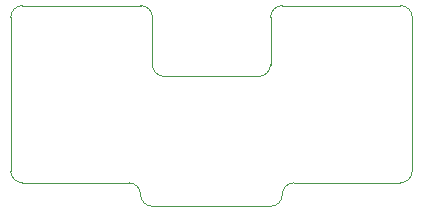
<source format=gbr>
%TF.GenerationSoftware,KiCad,Pcbnew,7.0.11*%
%TF.CreationDate,2024-02-25T15:21:30+01:00*%
%TF.ProjectId,EuroTap,4575726f-5461-4702-9e6b-696361645f70,rev?*%
%TF.SameCoordinates,Original*%
%TF.FileFunction,Profile,NP*%
%FSLAX46Y46*%
G04 Gerber Fmt 4.6, Leading zero omitted, Abs format (unit mm)*
G04 Created by KiCad (PCBNEW 7.0.11) date 2024-02-25 15:21:30*
%MOMM*%
%LPD*%
G01*
G04 APERTURE LIST*
%TA.AperFunction,Profile*%
%ADD10C,0.100000*%
%TD*%
G04 APERTURE END LIST*
D10*
X130000000Y-105000000D02*
X130000000Y-101000000D01*
X140000000Y-105000000D02*
X140000000Y-101000000D01*
X139000000Y-106000000D02*
G75*
G03*
X140000000Y-105000000I0J1000000D01*
G01*
X141000000Y-100000000D02*
G75*
G03*
X140000000Y-101000000I0J-1000000D01*
G01*
X131000000Y-106000000D02*
X139000000Y-106000000D01*
X129000000Y-100000000D02*
X119000000Y-100000000D01*
X151000000Y-115000000D02*
G75*
G03*
X152000000Y-114000000I0J1000000D01*
G01*
X142000000Y-115000000D02*
X151000000Y-115000000D01*
X151000000Y-100000000D02*
X141000000Y-100000000D01*
X130000000Y-101000000D02*
G75*
G03*
X129000000Y-100000000I-1000000J0D01*
G01*
X129000000Y-116000000D02*
G75*
G03*
X128000000Y-115000000I-1000000J0D01*
G01*
X140000000Y-117000000D02*
X130000000Y-117000000D01*
X119000000Y-100000000D02*
G75*
G03*
X118000000Y-101000000I0J-1000000D01*
G01*
X118000000Y-114000000D02*
X118000000Y-101000000D01*
X118000000Y-114000000D02*
G75*
G03*
X119000000Y-115000000I1000000J0D01*
G01*
X152000000Y-101000000D02*
X152000000Y-114000000D01*
X140000000Y-117000000D02*
G75*
G03*
X141000000Y-116000000I0J1000000D01*
G01*
X142000000Y-115000000D02*
G75*
G03*
X141000000Y-116000000I0J-1000000D01*
G01*
X130000000Y-105000000D02*
G75*
G03*
X131000000Y-106000000I1000000J0D01*
G01*
X128000000Y-115000000D02*
X119000000Y-115000000D01*
X152000000Y-101000000D02*
G75*
G03*
X151000000Y-100000000I-1000000J0D01*
G01*
X129000000Y-116000000D02*
G75*
G03*
X130000000Y-117000000I1000000J0D01*
G01*
M02*

</source>
